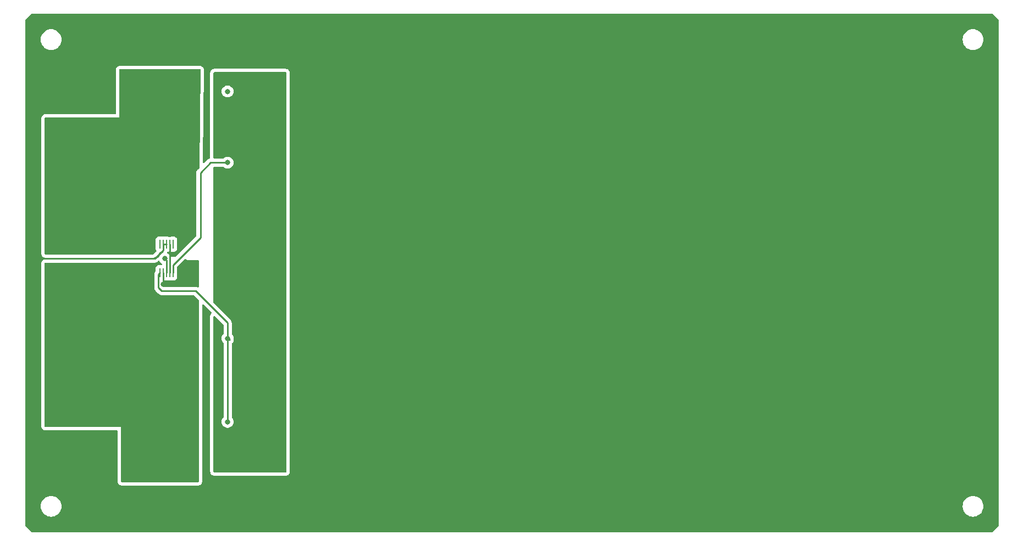
<source format=gtl>
G04 #@! TF.GenerationSoftware,KiCad,Pcbnew,7.0.1*
G04 #@! TF.CreationDate,2023-04-06T11:57:38-07:00*
G04 #@! TF.ProjectId,rps01,72707330-312e-46b6-9963-61645f706362,0*
G04 #@! TF.SameCoordinates,Original*
G04 #@! TF.FileFunction,Copper,L1,Top*
G04 #@! TF.FilePolarity,Positive*
%FSLAX46Y46*%
G04 Gerber Fmt 4.6, Leading zero omitted, Abs format (unit mm)*
G04 Created by KiCad (PCBNEW 7.0.1) date 2023-04-06 11:57:38*
%MOMM*%
%LPD*%
G01*
G04 APERTURE LIST*
G04 Aperture macros list*
%AMRoundRect*
0 Rectangle with rounded corners*
0 $1 Rounding radius*
0 $2 $3 $4 $5 $6 $7 $8 $9 X,Y pos of 4 corners*
0 Add a 4 corners polygon primitive as box body*
4,1,4,$2,$3,$4,$5,$6,$7,$8,$9,$2,$3,0*
0 Add four circle primitives for the rounded corners*
1,1,$1+$1,$2,$3*
1,1,$1+$1,$4,$5*
1,1,$1+$1,$6,$7*
1,1,$1+$1,$8,$9*
0 Add four rect primitives between the rounded corners*
20,1,$1+$1,$2,$3,$4,$5,0*
20,1,$1+$1,$4,$5,$6,$7,0*
20,1,$1+$1,$6,$7,$8,$9,0*
20,1,$1+$1,$8,$9,$2,$3,0*%
G04 Aperture macros list end*
G04 #@! TA.AperFunction,ComponentPad*
%ADD10RoundRect,1.900000X1.900000X-1.900000X1.900000X1.900000X-1.900000X1.900000X-1.900000X-1.900000X0*%
G04 #@! TD*
G04 #@! TA.AperFunction,ComponentPad*
%ADD11C,7.600000*%
G04 #@! TD*
G04 #@! TA.AperFunction,SMDPad,CuDef*
%ADD12R,0.279400X1.333500*%
G04 #@! TD*
G04 #@! TA.AperFunction,ComponentPad*
%ADD13RoundRect,1.900000X-1.900000X1.900000X-1.900000X-1.900000X1.900000X-1.900000X1.900000X1.900000X0*%
G04 #@! TD*
G04 #@! TA.AperFunction,ComponentPad*
%ADD14RoundRect,1.900000X-1.900000X-1.900000X1.900000X-1.900000X1.900000X1.900000X-1.900000X1.900000X0*%
G04 #@! TD*
G04 #@! TA.AperFunction,ViaPad*
%ADD15C,0.800000*%
G04 #@! TD*
G04 #@! TA.AperFunction,Conductor*
%ADD16C,0.250000*%
G04 #@! TD*
G04 APERTURE END LIST*
D10*
X22750000Y-88000000D03*
D11*
X22750000Y-77000000D03*
D12*
X36750760Y-54033850D03*
X36250380Y-54033850D03*
X35750000Y-54033850D03*
X35249620Y-54033850D03*
X34749240Y-54033850D03*
X34749240Y-58466150D03*
X35249620Y-58466150D03*
X35750000Y-58466150D03*
X36250380Y-58466150D03*
X36750760Y-58466150D03*
D13*
X22750000Y-28500000D03*
D11*
X22750000Y-39500000D03*
D14*
X47840000Y-55880000D03*
D11*
X58840000Y-55880000D03*
D15*
X15500000Y-56250000D03*
X35500000Y-56250000D03*
X32750000Y-30750000D03*
X33000000Y-46000000D03*
X37750000Y-35750000D03*
X32500000Y-35250000D03*
X37750000Y-30750000D03*
X35250000Y-33000000D03*
X35000000Y-44000000D03*
X33000000Y-42250000D03*
X37250000Y-46000000D03*
X37250000Y-42250000D03*
X35250000Y-60250000D03*
X35000000Y-71250000D03*
X32250000Y-81000000D03*
X32250000Y-68500000D03*
X37750000Y-68500000D03*
X32000000Y-86500000D03*
X37750000Y-73750000D03*
X32000000Y-73750000D03*
X37500000Y-86500000D03*
X38250000Y-80750000D03*
X35000000Y-84000000D03*
X45172200Y-81460000D03*
X45172200Y-68580000D03*
X45172200Y-41460000D03*
X45172200Y-30480000D03*
D16*
X33989540Y-56250000D02*
X15500000Y-56250000D01*
X35249620Y-54989920D02*
X33989540Y-56250000D01*
X35249620Y-54033850D02*
X35249620Y-54989920D01*
X35249620Y-54033850D02*
X35750000Y-54033850D01*
X15500000Y-56250000D02*
X15250000Y-56250000D01*
X35750000Y-56500000D02*
X35500000Y-56250000D01*
X35750000Y-58466150D02*
X35750000Y-56500000D01*
X36250380Y-58466150D02*
X36250380Y-54033850D01*
X35249620Y-58466150D02*
X35249620Y-60249620D01*
X35249620Y-60249620D02*
X35250000Y-60250000D01*
X45172200Y-81460000D02*
X45172200Y-68580000D01*
X45500000Y-68800000D02*
X45280000Y-68580000D01*
X34525000Y-60775000D02*
X35000000Y-61250000D01*
X35000000Y-61250000D02*
X40250000Y-61250000D01*
X34525000Y-58690390D02*
X34525000Y-60775000D01*
X45280000Y-68580000D02*
X45172200Y-68580000D01*
X45172200Y-66172200D02*
X45172200Y-68580000D01*
X34749240Y-58466150D02*
X34525000Y-58690390D01*
X40250000Y-61250000D02*
X45172200Y-66172200D01*
X41000000Y-53000000D02*
X41000000Y-43000000D01*
X41000000Y-43000000D02*
X42540000Y-41460000D01*
X36750760Y-58466150D02*
X36750760Y-57249240D01*
X36750760Y-57249240D02*
X41000000Y-53000000D01*
X42540000Y-41460000D02*
X45172200Y-41460000D01*
G04 #@! TA.AperFunction,Conductor*
G36*
X34652292Y-56624301D02*
G01*
X34690788Y-56665403D01*
X34760957Y-56786941D01*
X34760960Y-56786944D01*
X34888747Y-56928866D01*
X34911642Y-56945500D01*
X35046281Y-57043322D01*
X35081698Y-57068121D01*
X35107471Y-57107808D01*
X35116500Y-57154259D01*
X35116500Y-57172090D01*
X35097606Y-57237883D01*
X35046681Y-57283626D01*
X34979247Y-57295379D01*
X34937578Y-57290900D01*
X34560902Y-57290900D01*
X34533985Y-57293793D01*
X34500334Y-57297411D01*
X34363336Y-57348510D01*
X34246278Y-57436138D01*
X34158650Y-57553196D01*
X34107551Y-57690194D01*
X34101040Y-57750766D01*
X34101040Y-58167082D01*
X34091602Y-58214533D01*
X34064723Y-58254761D01*
X34048864Y-58270620D01*
X34046321Y-58273898D01*
X34038752Y-58282759D01*
X34008414Y-58315067D01*
X33998582Y-58332953D01*
X33987901Y-58349213D01*
X33975385Y-58365349D01*
X33957786Y-58406018D01*
X33952648Y-58416507D01*
X33931303Y-58455333D01*
X33926226Y-58475108D01*
X33919925Y-58493513D01*
X33911818Y-58512246D01*
X33904888Y-58556000D01*
X33902520Y-58567436D01*
X33891500Y-58610360D01*
X33891500Y-58630774D01*
X33889973Y-58650173D01*
X33886780Y-58670331D01*
X33890950Y-58714447D01*
X33891500Y-58726116D01*
X33891500Y-60691367D01*
X33889210Y-60712108D01*
X33891439Y-60783017D01*
X33891500Y-60786913D01*
X33891500Y-60814855D01*
X33892018Y-60818956D01*
X33892934Y-60830597D01*
X33894326Y-60874888D01*
X33900022Y-60894492D01*
X33903967Y-60913544D01*
X33906525Y-60933798D01*
X33922838Y-60975001D01*
X33926621Y-60986049D01*
X33938982Y-61028593D01*
X33949374Y-61046166D01*
X33957931Y-61063633D01*
X33965448Y-61082618D01*
X33991491Y-61118463D01*
X33997905Y-61128227D01*
X34020458Y-61166362D01*
X34034890Y-61180794D01*
X34047526Y-61195589D01*
X34059526Y-61212105D01*
X34093667Y-61240349D01*
X34102308Y-61248212D01*
X34492910Y-61638814D01*
X34505959Y-61655101D01*
X34507999Y-61657016D01*
X34508000Y-61657018D01*
X34557701Y-61703690D01*
X34560434Y-61706338D01*
X34580230Y-61726134D01*
X34583493Y-61728665D01*
X34592369Y-61736245D01*
X34624679Y-61766586D01*
X34642572Y-61776422D01*
X34658831Y-61787103D01*
X34674959Y-61799613D01*
X34715625Y-61817210D01*
X34726106Y-61822346D01*
X34747567Y-61834144D01*
X34764940Y-61843695D01*
X34784710Y-61848771D01*
X34803115Y-61855071D01*
X34821855Y-61863181D01*
X34865618Y-61870111D01*
X34877045Y-61872478D01*
X34919970Y-61883500D01*
X34940391Y-61883500D01*
X34959788Y-61885026D01*
X34968555Y-61886415D01*
X34979942Y-61888219D01*
X34979942Y-61888218D01*
X34979943Y-61888219D01*
X35024049Y-61884049D01*
X35035718Y-61883500D01*
X39936234Y-61883500D01*
X39983687Y-61892939D01*
X40023915Y-61919819D01*
X40713681Y-62609585D01*
X40740561Y-62649813D01*
X40750000Y-62697266D01*
X40750000Y-90626000D01*
X40733387Y-90688000D01*
X40688000Y-90733387D01*
X40626000Y-90750000D01*
X28874000Y-90750000D01*
X28812000Y-90733387D01*
X28766613Y-90688000D01*
X28750000Y-90626000D01*
X28750000Y-82250000D01*
X17124000Y-82250000D01*
X17062000Y-82233387D01*
X17016613Y-82188000D01*
X17000000Y-82126000D01*
X17000000Y-57007500D01*
X17016613Y-56945500D01*
X17062000Y-56900113D01*
X17124000Y-56883500D01*
X33905907Y-56883500D01*
X33926648Y-56885789D01*
X33929445Y-56885701D01*
X33929449Y-56885702D01*
X33997557Y-56883560D01*
X34001453Y-56883500D01*
X34029394Y-56883500D01*
X34029396Y-56883500D01*
X34033496Y-56882981D01*
X34045146Y-56882064D01*
X34089429Y-56880673D01*
X34109038Y-56874975D01*
X34128071Y-56871033D01*
X34148337Y-56868474D01*
X34189546Y-56852157D01*
X34200577Y-56848380D01*
X34243133Y-56836018D01*
X34260700Y-56825628D01*
X34278172Y-56817068D01*
X34297157Y-56809552D01*
X34333015Y-56783498D01*
X34342763Y-56777096D01*
X34380902Y-56754542D01*
X34395340Y-56740103D01*
X34410128Y-56727472D01*
X34426647Y-56715472D01*
X34454899Y-56681319D01*
X34462743Y-56672699D01*
X34495722Y-56639720D01*
X34543543Y-56609984D01*
X34599586Y-56604464D01*
X34652292Y-56624301D01*
G37*
G04 #@! TD.AperFunction*
G04 #@! TA.AperFunction,Conductor*
G36*
X38694733Y-56292856D02*
G01*
X38750571Y-56327579D01*
X38761451Y-56339349D01*
X38805474Y-56376950D01*
X38872539Y-56421762D01*
X38905845Y-56444016D01*
X39019099Y-56485797D01*
X39075394Y-56499312D01*
X39135329Y-56506405D01*
X39195262Y-56513500D01*
X40626000Y-56513500D01*
X40688000Y-56530113D01*
X40733387Y-56575500D01*
X40750000Y-56637500D01*
X40750000Y-60587325D01*
X40735128Y-60646207D01*
X40694079Y-60690965D01*
X40636701Y-60710862D01*
X40576755Y-60701127D01*
X40534377Y-60682789D01*
X40523883Y-60677648D01*
X40485062Y-60656305D01*
X40473386Y-60653307D01*
X40465284Y-60651227D01*
X40446879Y-60644926D01*
X40428145Y-60636819D01*
X40428143Y-60636818D01*
X40428142Y-60636818D01*
X40384383Y-60629887D01*
X40372943Y-60627518D01*
X40330031Y-60616500D01*
X40330030Y-60616500D01*
X40309616Y-60616500D01*
X40290217Y-60614973D01*
X40270058Y-60611780D01*
X40270057Y-60611780D01*
X40237318Y-60614874D01*
X40225943Y-60615950D01*
X40214274Y-60616500D01*
X35313767Y-60616500D01*
X35266314Y-60607061D01*
X35226086Y-60580181D01*
X35194819Y-60548914D01*
X35167939Y-60508686D01*
X35158500Y-60461233D01*
X35158500Y-59677602D01*
X35177005Y-59612435D01*
X35226995Y-59566718D01*
X35293552Y-59554096D01*
X35356810Y-59578335D01*
X35364096Y-59583789D01*
X35501094Y-59634888D01*
X35501097Y-59634888D01*
X35501099Y-59634889D01*
X35561662Y-59641400D01*
X35938334Y-59641400D01*
X35938338Y-59641400D01*
X35986939Y-59636175D01*
X36013441Y-59636175D01*
X36062042Y-59641400D01*
X36438714Y-59641400D01*
X36438718Y-59641400D01*
X36487319Y-59636175D01*
X36513821Y-59636175D01*
X36562422Y-59641400D01*
X36939094Y-59641400D01*
X36939098Y-59641400D01*
X36999661Y-59634889D01*
X36999663Y-59634888D01*
X36999665Y-59634888D01*
X37077584Y-59605824D01*
X37136664Y-59583789D01*
X37253721Y-59496161D01*
X37341349Y-59379104D01*
X37392449Y-59242101D01*
X37398960Y-59181538D01*
X37398960Y-57750762D01*
X37392449Y-57690199D01*
X37392079Y-57689207D01*
X37384260Y-57645871D01*
X37384260Y-57563006D01*
X37393699Y-57515553D01*
X37420579Y-57475325D01*
X37995791Y-56900113D01*
X38571836Y-56324067D01*
X38628992Y-56291565D01*
X38694733Y-56292856D01*
G37*
G04 #@! TD.AperFunction*
G04 #@! TA.AperFunction,Conductor*
G36*
X54188000Y-27516613D02*
G01*
X54233387Y-27562000D01*
X54250000Y-27624000D01*
X54250000Y-89126000D01*
X54233387Y-89188000D01*
X54188000Y-89233387D01*
X54126000Y-89250000D01*
X43124000Y-89250000D01*
X43062000Y-89233387D01*
X43016613Y-89188000D01*
X43000000Y-89126000D01*
X43000000Y-65195267D01*
X43013515Y-65138972D01*
X43051115Y-65094949D01*
X43104602Y-65072794D01*
X43162318Y-65077336D01*
X43211681Y-65107586D01*
X44502381Y-66398286D01*
X44529261Y-66438514D01*
X44538700Y-66485967D01*
X44538700Y-67878243D01*
X44530464Y-67922681D01*
X44506851Y-67961212D01*
X44475158Y-67996412D01*
X44433157Y-68043058D01*
X44337672Y-68208443D01*
X44278658Y-68390070D01*
X44258696Y-68579999D01*
X44278658Y-68769929D01*
X44337672Y-68951556D01*
X44433157Y-69116941D01*
X44433160Y-69116944D01*
X44506851Y-69198787D01*
X44530464Y-69237319D01*
X44538700Y-69281757D01*
X44538700Y-80758243D01*
X44530464Y-80802681D01*
X44506851Y-80841212D01*
X44475158Y-80876412D01*
X44433157Y-80923058D01*
X44337672Y-81088443D01*
X44278658Y-81270070D01*
X44258696Y-81460000D01*
X44278658Y-81649929D01*
X44337672Y-81831556D01*
X44433157Y-81996941D01*
X44433160Y-81996944D01*
X44560947Y-82138866D01*
X44715448Y-82251118D01*
X44889914Y-82328795D01*
X45076711Y-82368500D01*
X45076713Y-82368500D01*
X45267687Y-82368500D01*
X45267689Y-82368500D01*
X45454485Y-82328795D01*
X45454486Y-82328794D01*
X45454488Y-82328794D01*
X45628952Y-82251118D01*
X45783453Y-82138866D01*
X45911240Y-81996944D01*
X46006727Y-81831556D01*
X46065742Y-81649928D01*
X46085704Y-81460000D01*
X46065742Y-81270072D01*
X46006727Y-81088444D01*
X46006727Y-81088443D01*
X45911242Y-80923058D01*
X45897946Y-80908291D01*
X45837548Y-80841212D01*
X45813936Y-80802681D01*
X45805700Y-80758243D01*
X45805700Y-69423849D01*
X45820113Y-69365826D01*
X45860001Y-69321291D01*
X45869953Y-69314527D01*
X45922271Y-69278972D01*
X46028120Y-69158910D01*
X46100786Y-69016296D01*
X46135702Y-68860091D01*
X46130673Y-68700111D01*
X46130673Y-68700109D01*
X46112549Y-68637729D01*
X46086018Y-68546407D01*
X46086016Y-68546404D01*
X46083081Y-68536301D01*
X46078838Y-68514677D01*
X46065742Y-68390072D01*
X46006727Y-68208444D01*
X46006727Y-68208443D01*
X45911242Y-68043058D01*
X45897946Y-68028291D01*
X45837548Y-67961212D01*
X45813936Y-67922681D01*
X45805700Y-67878243D01*
X45805700Y-66255833D01*
X45807989Y-66235091D01*
X45807901Y-66232294D01*
X45807902Y-66232291D01*
X45805760Y-66164182D01*
X45805700Y-66160287D01*
X45805700Y-66132346D01*
X45805182Y-66128249D01*
X45804264Y-66116590D01*
X45802873Y-66072311D01*
X45797178Y-66052712D01*
X45793233Y-66033664D01*
X45790674Y-66013403D01*
X45774364Y-65972209D01*
X45770580Y-65961156D01*
X45763887Y-65938121D01*
X45758218Y-65918607D01*
X45747822Y-65901029D01*
X45739269Y-65883571D01*
X45731752Y-65864583D01*
X45705703Y-65828730D01*
X45699299Y-65818980D01*
X45676742Y-65780838D01*
X45662307Y-65766403D01*
X45649669Y-65751606D01*
X45637672Y-65735093D01*
X45603524Y-65706843D01*
X45594885Y-65698981D01*
X43036319Y-63140414D01*
X43009439Y-63100186D01*
X43000000Y-63052733D01*
X43000000Y-42217500D01*
X43016613Y-42155500D01*
X43062000Y-42110113D01*
X43124000Y-42093500D01*
X44464891Y-42093500D01*
X44515327Y-42104221D01*
X44557042Y-42134529D01*
X44560946Y-42138865D01*
X44715448Y-42251118D01*
X44889914Y-42328795D01*
X45076711Y-42368500D01*
X45076713Y-42368500D01*
X45267687Y-42368500D01*
X45267689Y-42368500D01*
X45454485Y-42328795D01*
X45454486Y-42328794D01*
X45454488Y-42328794D01*
X45628952Y-42251118D01*
X45783453Y-42138866D01*
X45911240Y-41996944D01*
X46006727Y-41831556D01*
X46065742Y-41649928D01*
X46085704Y-41460000D01*
X46065742Y-41270072D01*
X46006727Y-41088444D01*
X46006727Y-41088443D01*
X45911242Y-40923058D01*
X45880882Y-40889340D01*
X45783453Y-40781134D01*
X45628952Y-40668882D01*
X45628951Y-40668881D01*
X45454485Y-40591204D01*
X45267689Y-40551500D01*
X45267687Y-40551500D01*
X45076713Y-40551500D01*
X45076711Y-40551500D01*
X44889914Y-40591204D01*
X44715448Y-40668881D01*
X44560946Y-40781134D01*
X44557042Y-40785471D01*
X44515327Y-40815779D01*
X44464891Y-40826500D01*
X43124000Y-40826500D01*
X43062000Y-40809887D01*
X43016613Y-40764500D01*
X43000000Y-40702500D01*
X43000000Y-30479999D01*
X44258696Y-30479999D01*
X44278658Y-30669929D01*
X44337672Y-30851556D01*
X44433157Y-31016941D01*
X44433160Y-31016944D01*
X44560947Y-31158866D01*
X44715447Y-31271117D01*
X44715448Y-31271118D01*
X44889914Y-31348795D01*
X45076711Y-31388500D01*
X45076713Y-31388500D01*
X45267687Y-31388500D01*
X45267689Y-31388500D01*
X45454485Y-31348795D01*
X45454486Y-31348794D01*
X45454488Y-31348794D01*
X45628952Y-31271118D01*
X45783453Y-31158866D01*
X45911240Y-31016944D01*
X46006727Y-30851556D01*
X46065742Y-30669928D01*
X46085704Y-30480000D01*
X46065742Y-30290072D01*
X46006727Y-30108444D01*
X46006727Y-30108443D01*
X45911242Y-29943058D01*
X45891642Y-29921291D01*
X45783453Y-29801134D01*
X45628952Y-29688882D01*
X45628951Y-29688881D01*
X45454485Y-29611204D01*
X45267689Y-29571500D01*
X45267687Y-29571500D01*
X45076713Y-29571500D01*
X45076711Y-29571500D01*
X44889914Y-29611204D01*
X44715448Y-29688881D01*
X44560948Y-29801133D01*
X44433157Y-29943058D01*
X44337672Y-30108443D01*
X44278658Y-30290070D01*
X44258696Y-30479999D01*
X43000000Y-30479999D01*
X43000000Y-27624000D01*
X43016613Y-27562000D01*
X43062000Y-27516613D01*
X43124000Y-27500000D01*
X54126000Y-27500000D01*
X54188000Y-27516613D01*
G37*
G04 #@! TD.AperFunction*
G04 #@! TA.AperFunction,Conductor*
G36*
X40937235Y-27016791D02*
G01*
X40982669Y-27062618D01*
X40998922Y-27125069D01*
X40869097Y-42184698D01*
X40859457Y-42231575D01*
X40832783Y-42271310D01*
X40611180Y-42492913D01*
X40594895Y-42505961D01*
X40546338Y-42557669D01*
X40543632Y-42560462D01*
X40523861Y-42580233D01*
X40521321Y-42583508D01*
X40513752Y-42592369D01*
X40483414Y-42624677D01*
X40473582Y-42642563D01*
X40462901Y-42658823D01*
X40450385Y-42674959D01*
X40432786Y-42715628D01*
X40427648Y-42726117D01*
X40406303Y-42764943D01*
X40401226Y-42784718D01*
X40394925Y-42803123D01*
X40386818Y-42821856D01*
X40379888Y-42865610D01*
X40377520Y-42877046D01*
X40366500Y-42919970D01*
X40366500Y-42940384D01*
X40364973Y-42959783D01*
X40361780Y-42979941D01*
X40365950Y-43024057D01*
X40366500Y-43035726D01*
X40366500Y-52686234D01*
X40357061Y-52733687D01*
X40330181Y-52773915D01*
X37140414Y-55963681D01*
X37100186Y-55990561D01*
X37052733Y-56000000D01*
X36464114Y-56000000D01*
X36413678Y-55989279D01*
X36371963Y-55958972D01*
X36346183Y-55914317D01*
X36334527Y-55878444D01*
X36239042Y-55713058D01*
X36165630Y-55631526D01*
X36111253Y-55571134D01*
X35956752Y-55458882D01*
X35956751Y-55458881D01*
X35922035Y-55443425D01*
X35872187Y-55403078D01*
X35849162Y-55343224D01*
X35859119Y-55279871D01*
X35899395Y-55229965D01*
X35959214Y-55206855D01*
X35998901Y-55202589D01*
X35998903Y-55202588D01*
X35998905Y-55202588D01*
X36135901Y-55151490D01*
X36135900Y-55151490D01*
X36135904Y-55151489D01*
X36176071Y-55121419D01*
X36224022Y-55099522D01*
X36276738Y-55099522D01*
X36324688Y-55121419D01*
X36364856Y-55151489D01*
X36364857Y-55151489D01*
X36364858Y-55151490D01*
X36501854Y-55202588D01*
X36501857Y-55202588D01*
X36501859Y-55202589D01*
X36562422Y-55209100D01*
X36939094Y-55209100D01*
X36939098Y-55209100D01*
X36999661Y-55202589D01*
X36999663Y-55202588D01*
X36999665Y-55202588D01*
X37077584Y-55173524D01*
X37136664Y-55151489D01*
X37253721Y-55063861D01*
X37341349Y-54946804D01*
X37392449Y-54809801D01*
X37398960Y-54749238D01*
X37398960Y-53318462D01*
X37392449Y-53257899D01*
X37392448Y-53257897D01*
X37392448Y-53257894D01*
X37341349Y-53120896D01*
X37253721Y-53003838D01*
X37136663Y-52916210D01*
X36999665Y-52865111D01*
X36969379Y-52861855D01*
X36939098Y-52858600D01*
X36562422Y-52858600D01*
X36535505Y-52861493D01*
X36501854Y-52865111D01*
X36364858Y-52916209D01*
X36324690Y-52946279D01*
X36276738Y-52968177D01*
X36224022Y-52968177D01*
X36176070Y-52946279D01*
X36135901Y-52916209D01*
X35998905Y-52865111D01*
X35968619Y-52861855D01*
X35938338Y-52858600D01*
X35561662Y-52858600D01*
X35513061Y-52863825D01*
X35486559Y-52863825D01*
X35437958Y-52858600D01*
X35061282Y-52858600D01*
X35012681Y-52863825D01*
X34986179Y-52863825D01*
X34937578Y-52858600D01*
X34560902Y-52858600D01*
X34533985Y-52861493D01*
X34500334Y-52865111D01*
X34363336Y-52916210D01*
X34246278Y-53003838D01*
X34158650Y-53120896D01*
X34107551Y-53257894D01*
X34101040Y-53318466D01*
X34101040Y-54749234D01*
X34107551Y-54809805D01*
X34158649Y-54946801D01*
X34196228Y-54997001D01*
X34219243Y-55050749D01*
X34215072Y-55109067D01*
X34184641Y-55158992D01*
X33763454Y-55580181D01*
X33723226Y-55607061D01*
X33675773Y-55616500D01*
X17124000Y-55616500D01*
X17062000Y-55599887D01*
X17016613Y-55554500D01*
X17000000Y-55492500D01*
X17000000Y-34624000D01*
X17016613Y-34562000D01*
X17062000Y-34516613D01*
X17124000Y-34500000D01*
X28500000Y-34500000D01*
X28500000Y-27124000D01*
X28516613Y-27062000D01*
X28562000Y-27016613D01*
X28624000Y-27000000D01*
X40874927Y-27000000D01*
X40937235Y-27016791D01*
G37*
G04 #@! TD.AperFunction*
G04 #@! TA.AperFunction,Conductor*
G36*
X35189937Y-55194873D02*
G01*
X35227762Y-55245193D01*
X35236004Y-55307603D01*
X35212538Y-55366017D01*
X35163412Y-55405381D01*
X35043248Y-55458881D01*
X34888748Y-55571133D01*
X34760957Y-55713058D01*
X34665473Y-55878442D01*
X34622212Y-56011585D01*
X34599097Y-56053178D01*
X34562018Y-56083004D01*
X34516438Y-56096669D01*
X34493202Y-56098957D01*
X34378489Y-56123732D01*
X34272385Y-56173916D01*
X34224564Y-56203651D01*
X34132622Y-56276621D01*
X34099650Y-56309593D01*
X34082944Y-56327103D01*
X34080695Y-56329575D01*
X34039997Y-56359138D01*
X33990904Y-56370101D01*
X33989721Y-56370119D01*
X33984948Y-56370231D01*
X33981423Y-56370314D01*
X33981391Y-56370314D01*
X33981391Y-56370315D01*
X33942348Y-56371541D01*
X33931651Y-56371415D01*
X33905911Y-56370000D01*
X33905907Y-56370000D01*
X33763090Y-56370000D01*
X33702855Y-56354387D01*
X33657789Y-56311480D01*
X33639239Y-56252084D01*
X33651878Y-56191156D01*
X33692522Y-56144039D01*
X33750936Y-56122597D01*
X33753535Y-56122340D01*
X33775952Y-56120133D01*
X33814311Y-56112503D01*
X33823406Y-56110694D01*
X33919733Y-56081473D01*
X33919733Y-56081472D01*
X33919736Y-56081472D01*
X34008515Y-56034018D01*
X34048743Y-56007138D01*
X34126554Y-55943279D01*
X34547741Y-55522090D01*
X34623109Y-55426253D01*
X34653540Y-55376328D01*
X34696806Y-55281587D01*
X34724030Y-55243357D01*
X34763514Y-55217982D01*
X34809600Y-55209100D01*
X34937574Y-55209100D01*
X34937578Y-55209100D01*
X34998141Y-55202589D01*
X35069642Y-55175919D01*
X35132276Y-55169612D01*
X35189937Y-55194873D01*
G37*
G04 #@! TD.AperFunction*
G04 #@! TA.AperFunction,Conductor*
G36*
X162995883Y-18489939D02*
G01*
X163036111Y-18516819D01*
X163963181Y-19443888D01*
X163990061Y-19484116D01*
X163999500Y-19531569D01*
X163999500Y-97428431D01*
X163990061Y-97475884D01*
X163963181Y-97516112D01*
X163036111Y-98443181D01*
X162995883Y-98470061D01*
X162948430Y-98479500D01*
X15051569Y-98479500D01*
X15004116Y-98470061D01*
X14963888Y-98443181D01*
X14036819Y-97516111D01*
X14009939Y-97475883D01*
X14000500Y-97428430D01*
X14000500Y-94480000D01*
X16394551Y-94480000D01*
X16414317Y-94731149D01*
X16473126Y-94976110D01*
X16521330Y-95092485D01*
X16569534Y-95208859D01*
X16701164Y-95423659D01*
X16864776Y-95615224D01*
X17056341Y-95778836D01*
X17271141Y-95910466D01*
X17503889Y-96006873D01*
X17748852Y-96065683D01*
X18000000Y-96085449D01*
X18251148Y-96065683D01*
X18496111Y-96006873D01*
X18728859Y-95910466D01*
X18943659Y-95778836D01*
X19135224Y-95615224D01*
X19298836Y-95423659D01*
X19430466Y-95208859D01*
X19526873Y-94976111D01*
X19585683Y-94731148D01*
X19605449Y-94480000D01*
X158394551Y-94480000D01*
X158414317Y-94731149D01*
X158473126Y-94976110D01*
X158521330Y-95092485D01*
X158569534Y-95208859D01*
X158701164Y-95423659D01*
X158864776Y-95615224D01*
X159056341Y-95778836D01*
X159271141Y-95910466D01*
X159503889Y-96006873D01*
X159748852Y-96065683D01*
X160000000Y-96085449D01*
X160251148Y-96065683D01*
X160496111Y-96006873D01*
X160728859Y-95910466D01*
X160943659Y-95778836D01*
X161135224Y-95615224D01*
X161298836Y-95423659D01*
X161430466Y-95208859D01*
X161526873Y-94976111D01*
X161585683Y-94731148D01*
X161605449Y-94480000D01*
X161585683Y-94228852D01*
X161526873Y-93983889D01*
X161430466Y-93751141D01*
X161298836Y-93536341D01*
X161135224Y-93344776D01*
X160943659Y-93181164D01*
X160728859Y-93049534D01*
X160612484Y-93001330D01*
X160496110Y-92953126D01*
X160251149Y-92894317D01*
X160000000Y-92874551D01*
X159748850Y-92894317D01*
X159503889Y-92953126D01*
X159271139Y-93049535D01*
X159056342Y-93181163D01*
X158864776Y-93344776D01*
X158701163Y-93536342D01*
X158569535Y-93751139D01*
X158473126Y-93983889D01*
X158414317Y-94228850D01*
X158394551Y-94480000D01*
X19605449Y-94480000D01*
X19585683Y-94228852D01*
X19526873Y-93983889D01*
X19430466Y-93751141D01*
X19298836Y-93536341D01*
X19135224Y-93344776D01*
X18943659Y-93181164D01*
X18728859Y-93049534D01*
X18612484Y-93001330D01*
X18496110Y-92953126D01*
X18251149Y-92894317D01*
X18000000Y-92874551D01*
X17748850Y-92894317D01*
X17503889Y-92953126D01*
X17271139Y-93049535D01*
X17056342Y-93181163D01*
X16864776Y-93344776D01*
X16701163Y-93536342D01*
X16569535Y-93751139D01*
X16473126Y-93983889D01*
X16414317Y-94228850D01*
X16394551Y-94480000D01*
X14000500Y-94480000D01*
X14000500Y-82126001D01*
X16486500Y-82126001D01*
X16503996Y-82258901D01*
X16520611Y-82320909D01*
X16571908Y-82444751D01*
X16653513Y-82551099D01*
X16698900Y-82596486D01*
X16805248Y-82678091D01*
X16929090Y-82729388D01*
X16929095Y-82729390D01*
X16991095Y-82746003D01*
X17090773Y-82759125D01*
X17123999Y-82763500D01*
X17124000Y-82763500D01*
X28112500Y-82763500D01*
X28174500Y-82780113D01*
X28219887Y-82825500D01*
X28236500Y-82887500D01*
X28236500Y-90626001D01*
X28253996Y-90758901D01*
X28270611Y-90820909D01*
X28321908Y-90944751D01*
X28403513Y-91051099D01*
X28448900Y-91096486D01*
X28555248Y-91178091D01*
X28679090Y-91229388D01*
X28679095Y-91229390D01*
X28741095Y-91246003D01*
X28840773Y-91259125D01*
X28873999Y-91263500D01*
X28874000Y-91263500D01*
X40626000Y-91263500D01*
X40626001Y-91263500D01*
X40652580Y-91260000D01*
X40758905Y-91246003D01*
X40820905Y-91229390D01*
X40944751Y-91178091D01*
X41051099Y-91096486D01*
X41096486Y-91051099D01*
X41178091Y-90944751D01*
X41229390Y-90820905D01*
X41246003Y-90758905D01*
X41263500Y-90626000D01*
X41263500Y-63458766D01*
X41277015Y-63402471D01*
X41314615Y-63358448D01*
X41368102Y-63336293D01*
X41425818Y-63340835D01*
X41475181Y-63371085D01*
X42675931Y-64571835D01*
X42708435Y-64628993D01*
X42707144Y-64694734D01*
X42672421Y-64750572D01*
X42660650Y-64761452D01*
X42623049Y-64805475D01*
X42555984Y-64905845D01*
X42514203Y-65019100D01*
X42500687Y-65075399D01*
X42486500Y-65195263D01*
X42486500Y-89126001D01*
X42503996Y-89258901D01*
X42520611Y-89320909D01*
X42571908Y-89444751D01*
X42653513Y-89551099D01*
X42698900Y-89596486D01*
X42805248Y-89678091D01*
X42929090Y-89729388D01*
X42929095Y-89729390D01*
X42991095Y-89746003D01*
X43090773Y-89759125D01*
X43123999Y-89763500D01*
X43124000Y-89763500D01*
X54126000Y-89763500D01*
X54126001Y-89763500D01*
X54152580Y-89760000D01*
X54258905Y-89746003D01*
X54320905Y-89729390D01*
X54444751Y-89678091D01*
X54551099Y-89596486D01*
X54596486Y-89551099D01*
X54678091Y-89444751D01*
X54729390Y-89320905D01*
X54746003Y-89258905D01*
X54763500Y-89126000D01*
X54763500Y-27624000D01*
X54746003Y-27491095D01*
X54729390Y-27429095D01*
X54678091Y-27305249D01*
X54678091Y-27305248D01*
X54596486Y-27198900D01*
X54551099Y-27153513D01*
X54444751Y-27071908D01*
X54320909Y-27020611D01*
X54258901Y-27003996D01*
X54126001Y-26986500D01*
X54126000Y-26986500D01*
X43124000Y-26986500D01*
X43123999Y-26986500D01*
X42991098Y-27003996D01*
X42929090Y-27020611D01*
X42805248Y-27071908D01*
X42698900Y-27153513D01*
X42653513Y-27198900D01*
X42571908Y-27305248D01*
X42520611Y-27429090D01*
X42503996Y-27491098D01*
X42486500Y-27623999D01*
X42486500Y-40702507D01*
X42486511Y-40702591D01*
X42486500Y-40702674D01*
X42486500Y-40710627D01*
X42485446Y-40710627D01*
X42478048Y-40766421D01*
X42438719Y-40817402D01*
X42395496Y-40835088D01*
X42395763Y-40835762D01*
X42340005Y-40857836D01*
X42328961Y-40861617D01*
X42286410Y-40873981D01*
X42286407Y-40873982D01*
X42268827Y-40884377D01*
X42251370Y-40892930D01*
X42232378Y-40900449D01*
X42196534Y-40926491D01*
X42186777Y-40932901D01*
X42148638Y-40955457D01*
X42134200Y-40969895D01*
X42119411Y-40982525D01*
X42102894Y-40994525D01*
X42074644Y-41028673D01*
X42066783Y-41037311D01*
X41600932Y-41503162D01*
X41551366Y-41533478D01*
X41493431Y-41537887D01*
X41439848Y-41515421D01*
X41402381Y-41471013D01*
X41389256Y-41414412D01*
X41392582Y-41028673D01*
X41512403Y-27129496D01*
X41495868Y-26995738D01*
X41494660Y-26991098D01*
X41491804Y-26980125D01*
X41479615Y-26933287D01*
X41428842Y-26808430D01*
X41428840Y-26808427D01*
X41347329Y-26701085D01*
X41301897Y-26655260D01*
X41195260Y-26572825D01*
X41193060Y-26571908D01*
X41070848Y-26520979D01*
X41008540Y-26504188D01*
X40874927Y-26486500D01*
X28624000Y-26486500D01*
X28623999Y-26486500D01*
X28491098Y-26503996D01*
X28429090Y-26520611D01*
X28305248Y-26571908D01*
X28198900Y-26653513D01*
X28153513Y-26698900D01*
X28071908Y-26805248D01*
X28020611Y-26929090D01*
X28003996Y-26991098D01*
X27986500Y-27123999D01*
X27986500Y-33862500D01*
X27969887Y-33924500D01*
X27924500Y-33969887D01*
X27862500Y-33986500D01*
X17123999Y-33986500D01*
X16991098Y-34003996D01*
X16929090Y-34020611D01*
X16805248Y-34071908D01*
X16698900Y-34153513D01*
X16653513Y-34198900D01*
X16571908Y-34305248D01*
X16520611Y-34429090D01*
X16503996Y-34491098D01*
X16486500Y-34623999D01*
X16486500Y-55492501D01*
X16503996Y-55625401D01*
X16520611Y-55687409D01*
X16571908Y-55811251D01*
X16653513Y-55917599D01*
X16698900Y-55962986D01*
X16805248Y-56044591D01*
X16923173Y-56093437D01*
X16929095Y-56095890D01*
X16991095Y-56112503D01*
X17101677Y-56127061D01*
X17156613Y-56148424D01*
X17195479Y-56192741D01*
X17209490Y-56249998D01*
X17195480Y-56307255D01*
X17156614Y-56351573D01*
X17101676Y-56372938D01*
X16991098Y-56387496D01*
X16929090Y-56404111D01*
X16805248Y-56455408D01*
X16698900Y-56537013D01*
X16653513Y-56582400D01*
X16571908Y-56688748D01*
X16520611Y-56812590D01*
X16503996Y-56874598D01*
X16486500Y-57007499D01*
X16486500Y-82126001D01*
X14000500Y-82126001D01*
X14000500Y-22480000D01*
X16394551Y-22480000D01*
X16414317Y-22731149D01*
X16473126Y-22976110D01*
X16521330Y-23092484D01*
X16569534Y-23208859D01*
X16701164Y-23423659D01*
X16864776Y-23615224D01*
X17056341Y-23778836D01*
X17271141Y-23910466D01*
X17503889Y-24006873D01*
X17748852Y-24065683D01*
X18000000Y-24085449D01*
X18251148Y-24065683D01*
X18496111Y-24006873D01*
X18728859Y-23910466D01*
X18943659Y-23778836D01*
X19135224Y-23615224D01*
X19298836Y-23423659D01*
X19430466Y-23208859D01*
X19526873Y-22976111D01*
X19585683Y-22731148D01*
X19605449Y-22480000D01*
X158394551Y-22480000D01*
X158414317Y-22731149D01*
X158473126Y-22976110D01*
X158521330Y-23092484D01*
X158569534Y-23208859D01*
X158701164Y-23423659D01*
X158864776Y-23615224D01*
X159056341Y-23778836D01*
X159271141Y-23910466D01*
X159503889Y-24006873D01*
X159748852Y-24065683D01*
X160000000Y-24085449D01*
X160251148Y-24065683D01*
X160496111Y-24006873D01*
X160728859Y-23910466D01*
X160943659Y-23778836D01*
X161135224Y-23615224D01*
X161298836Y-23423659D01*
X161430466Y-23208859D01*
X161526873Y-22976111D01*
X161585683Y-22731148D01*
X161605449Y-22480000D01*
X161585683Y-22228852D01*
X161526873Y-21983889D01*
X161430466Y-21751141D01*
X161298836Y-21536341D01*
X161135224Y-21344776D01*
X160943659Y-21181164D01*
X160728859Y-21049534D01*
X160612485Y-21001330D01*
X160496110Y-20953126D01*
X160251149Y-20894317D01*
X160075588Y-20880500D01*
X160000000Y-20874551D01*
X159999999Y-20874551D01*
X159748850Y-20894317D01*
X159503889Y-20953126D01*
X159271139Y-21049535D01*
X159056342Y-21181163D01*
X158864776Y-21344776D01*
X158701163Y-21536342D01*
X158569535Y-21751139D01*
X158473126Y-21983889D01*
X158414317Y-22228850D01*
X158394551Y-22480000D01*
X19605449Y-22480000D01*
X19585683Y-22228852D01*
X19526873Y-21983889D01*
X19430466Y-21751141D01*
X19298836Y-21536341D01*
X19135224Y-21344776D01*
X18943659Y-21181164D01*
X18728859Y-21049534D01*
X18612485Y-21001330D01*
X18496110Y-20953126D01*
X18251149Y-20894317D01*
X18075588Y-20880500D01*
X18000000Y-20874551D01*
X17999999Y-20874551D01*
X17748850Y-20894317D01*
X17503889Y-20953126D01*
X17271139Y-21049535D01*
X17056342Y-21181163D01*
X16864776Y-21344776D01*
X16701163Y-21536342D01*
X16569535Y-21751139D01*
X16473126Y-21983889D01*
X16414317Y-22228850D01*
X16394551Y-22480000D01*
X14000500Y-22480000D01*
X14000500Y-19531570D01*
X14009939Y-19484117D01*
X14036819Y-19443889D01*
X14963888Y-18516819D01*
X15004116Y-18489939D01*
X15051569Y-18480500D01*
X162948430Y-18480500D01*
X162995883Y-18489939D01*
G37*
G04 #@! TD.AperFunction*
M02*

</source>
